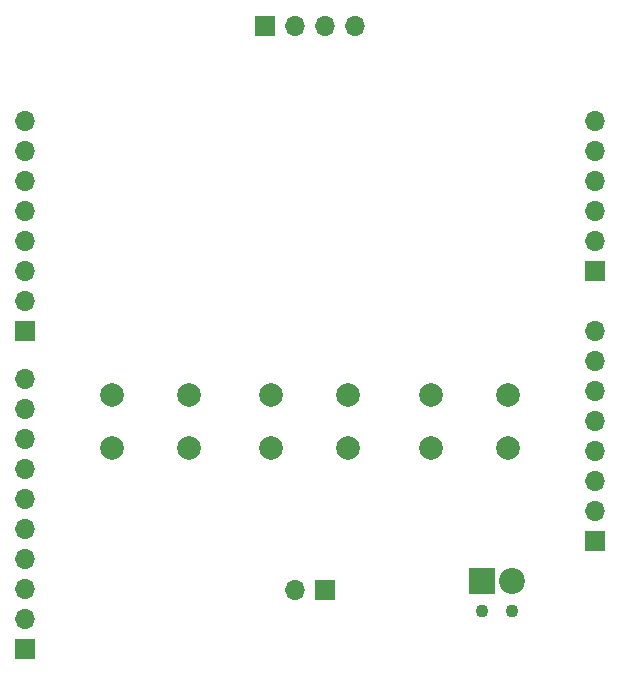
<source format=gbr>
%TF.GenerationSoftware,KiCad,Pcbnew,(5.1.7)-1*%
%TF.CreationDate,2020-11-11T20:37:37-05:00*%
%TF.ProjectId,Temp Probe,54656d70-2050-4726-9f62-652e6b696361,rev?*%
%TF.SameCoordinates,Original*%
%TF.FileFunction,Soldermask,Bot*%
%TF.FilePolarity,Negative*%
%FSLAX46Y46*%
G04 Gerber Fmt 4.6, Leading zero omitted, Abs format (unit mm)*
G04 Created by KiCad (PCBNEW (5.1.7)-1) date 2020-11-11 20:37:37*
%MOMM*%
%LPD*%
G01*
G04 APERTURE LIST*
%ADD10C,1.100000*%
%ADD11C,2.200000*%
%ADD12R,2.200000X2.200000*%
%ADD13O,1.700000X1.700000*%
%ADD14R,1.700000X1.700000*%
%ADD15C,2.000000*%
G04 APERTURE END LIST*
D10*
%TO.C,TH1*%
X71750000Y-122540000D03*
D11*
X71750000Y-120000000D03*
D10*
X69210000Y-122540000D03*
D12*
X69210000Y-120000000D03*
%TD*%
D13*
%TO.C,U3*%
X58430000Y-73000000D03*
X55890000Y-73000000D03*
X53350000Y-73000000D03*
D14*
X50810000Y-73000000D03*
%TD*%
D15*
%TO.C,SW1*%
X44360000Y-104250000D03*
X44360000Y-108750000D03*
X37860000Y-104250000D03*
X37860000Y-108750000D03*
%TD*%
%TO.C,SW2*%
X57860000Y-104250000D03*
X57860000Y-108750000D03*
X51360000Y-104250000D03*
X51360000Y-108750000D03*
%TD*%
%TO.C,SW3*%
X71360000Y-104250000D03*
X71360000Y-108750000D03*
X64860000Y-104250000D03*
X64860000Y-108750000D03*
%TD*%
D13*
%TO.C,J4*%
X30480000Y-102870000D03*
X30480000Y-105410000D03*
X30480000Y-107950000D03*
X30480000Y-110490000D03*
X30480000Y-113030000D03*
X30480000Y-115570000D03*
X30480000Y-118110000D03*
X30480000Y-120650000D03*
X30480000Y-123190000D03*
D14*
X30480000Y-125730000D03*
%TD*%
D13*
%TO.C,J3*%
X78740000Y-98840000D03*
X78740000Y-101380000D03*
X78740000Y-103920000D03*
X78740000Y-106460000D03*
X78740000Y-109000000D03*
X78740000Y-111540000D03*
X78740000Y-114080000D03*
D14*
X78740000Y-116620000D03*
%TD*%
D13*
%TO.C,J2*%
X30480000Y-81030000D03*
X30480000Y-83570000D03*
X30480000Y-86110000D03*
X30480000Y-88650000D03*
X30480000Y-91190000D03*
X30480000Y-93730000D03*
X30480000Y-96270000D03*
D14*
X30480000Y-98810000D03*
%TD*%
D13*
%TO.C,J1*%
X78740000Y-81060000D03*
X78740000Y-83600000D03*
X78740000Y-86140000D03*
X78740000Y-88680000D03*
X78740000Y-91220000D03*
D14*
X78740000Y-93760000D03*
%TD*%
D13*
%TO.C,D1*%
X53320000Y-120750000D03*
D14*
X55860000Y-120750000D03*
%TD*%
M02*

</source>
